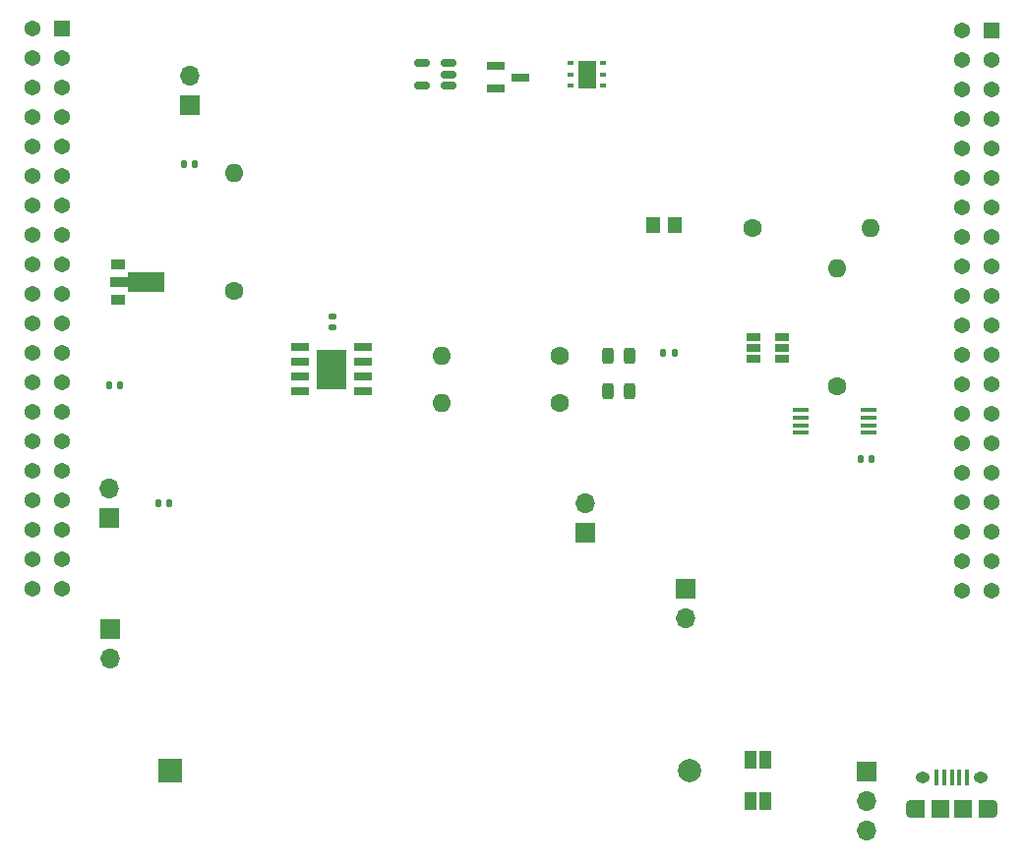
<source format=gbr>
%TF.GenerationSoftware,KiCad,Pcbnew,(7.0.0)*%
%TF.CreationDate,2023-04-04T11:39:15+02:00*%
%TF.ProjectId,overall scematic,6f766572-616c-46c2-9073-63656d617469,rev?*%
%TF.SameCoordinates,Original*%
%TF.FileFunction,Soldermask,Top*%
%TF.FilePolarity,Negative*%
%FSLAX46Y46*%
G04 Gerber Fmt 4.6, Leading zero omitted, Abs format (unit mm)*
G04 Created by KiCad (PCBNEW (7.0.0)) date 2023-04-04 11:39:15*
%MOMM*%
%LPD*%
G01*
G04 APERTURE LIST*
G04 Aperture macros list*
%AMRoundRect*
0 Rectangle with rounded corners*
0 $1 Rounding radius*
0 $2 $3 $4 $5 $6 $7 $8 $9 X,Y pos of 4 corners*
0 Add a 4 corners polygon primitive as box body*
4,1,4,$2,$3,$4,$5,$6,$7,$8,$9,$2,$3,0*
0 Add four circle primitives for the rounded corners*
1,1,$1+$1,$2,$3*
1,1,$1+$1,$4,$5*
1,1,$1+$1,$6,$7*
1,1,$1+$1,$8,$9*
0 Add four rect primitives between the rounded corners*
20,1,$1+$1,$2,$3,$4,$5,0*
20,1,$1+$1,$4,$5,$6,$7,0*
20,1,$1+$1,$6,$7,$8,$9,0*
20,1,$1+$1,$8,$9,$2,$3,0*%
%AMFreePoly0*
4,1,9,3.862500,-0.866500,0.737500,-0.866500,0.737500,-0.450000,-0.737500,-0.450000,-0.737500,0.450000,0.737500,0.450000,0.737500,0.866500,3.862500,0.866500,3.862500,-0.866500,3.862500,-0.866500,$1*%
G04 Aperture macros list end*
%ADD10R,1.700000X1.700000*%
%ADD11O,1.700000X1.700000*%
%ADD12R,1.475000X0.450000*%
%ADD13R,1.000000X1.500000*%
%ADD14R,1.525000X0.700000*%
%ADD15R,2.513000X3.402000*%
%ADD16R,1.200000X0.650000*%
%ADD17RoundRect,0.070000X-0.650000X-0.300000X0.650000X-0.300000X0.650000X0.300000X-0.650000X0.300000X0*%
%ADD18RoundRect,0.150000X0.512500X0.150000X-0.512500X0.150000X-0.512500X-0.150000X0.512500X-0.150000X0*%
%ADD19R,1.300000X0.900000*%
%ADD20FreePoly0,0.000000*%
%ADD21R,1.500000X2.400000*%
%ADD22R,0.600000X0.400000*%
%ADD23O,1.600000X1.600000*%
%ADD24C,1.600000*%
%ADD25RoundRect,0.135000X-0.135000X-0.185000X0.135000X-0.185000X0.135000X0.185000X-0.135000X0.185000X0*%
%ADD26R,1.370000X1.370000*%
%ADD27C,1.370000*%
%ADD28O,0.890000X1.550000*%
%ADD29R,1.500000X1.550000*%
%ADD30O,1.250000X0.950000*%
%ADD31R,1.200000X1.550000*%
%ADD32R,0.400000X1.350000*%
%ADD33RoundRect,0.243750X-0.243750X-0.456250X0.243750X-0.456250X0.243750X0.456250X-0.243750X0.456250X0*%
%ADD34RoundRect,0.140000X-0.140000X-0.170000X0.140000X-0.170000X0.140000X0.170000X-0.140000X0.170000X0*%
%ADD35R,1.150000X1.450000*%
%ADD36RoundRect,0.140000X0.170000X-0.140000X0.170000X0.140000X-0.170000X0.140000X-0.170000X-0.140000X0*%
%ADD37R,2.000000X2.000000*%
%ADD38C,2.000000*%
G04 APERTURE END LIST*
D10*
%TO.C,J7*%
X109854999Y-114421999D03*
D11*
X109854999Y-116961999D03*
%TD*%
D10*
%TO.C,J6*%
X67182999Y-72775999D03*
D11*
X67182999Y-70235999D03*
%TD*%
D10*
%TO.C,J5*%
X60324999Y-117855999D03*
D11*
X60324999Y-120395999D03*
%TD*%
%TO.C,J4*%
X60197999Y-105790999D03*
D10*
X60197999Y-108330999D03*
%TD*%
%TO.C,J2*%
X101218999Y-109605999D03*
D11*
X101218999Y-107065999D03*
%TD*%
D12*
%TO.C,Q1*%
X119726999Y-99029999D03*
X119726999Y-99679999D03*
X119726999Y-100329999D03*
X119726999Y-100979999D03*
X125602999Y-100979999D03*
X125602999Y-100329999D03*
X125602999Y-99679999D03*
X125602999Y-99029999D03*
%TD*%
D13*
%TO.C,JP2*%
X115412999Y-132714999D03*
X116712999Y-132714999D03*
%TD*%
%TO.C,JP1*%
X115412999Y-129164999D03*
X116712999Y-129164999D03*
%TD*%
D14*
%TO.C,J3*%
X76662999Y-93598999D03*
X76662999Y-94868999D03*
X76662999Y-96138999D03*
X76662999Y-97408999D03*
X82086999Y-97408999D03*
X82086999Y-96138999D03*
X82086999Y-94868999D03*
X82086999Y-93598999D03*
D15*
X79374999Y-95503999D03*
%TD*%
D16*
%TO.C,IC1*%
X115626999Y-92726999D03*
X115626999Y-93676999D03*
X115626999Y-94626999D03*
X118126999Y-94626999D03*
X118126999Y-93676999D03*
X118126999Y-92726999D03*
%TD*%
D17*
%TO.C,U5*%
X93466500Y-69413000D03*
X93466500Y-71313000D03*
X95566500Y-70363000D03*
%TD*%
D18*
%TO.C,U4*%
X89402500Y-71054000D03*
X89402500Y-70104000D03*
X89402500Y-69154000D03*
X87127500Y-69154000D03*
X87127500Y-71054000D03*
%TD*%
D19*
%TO.C,U2*%
X60960999Y-86510999D03*
D20*
X61048500Y-88011000D03*
D19*
X60960999Y-89510999D03*
%TD*%
D21*
%TO.C,U1*%
X101345999Y-70103999D03*
D22*
X102745999Y-69153999D03*
X102745999Y-70103999D03*
X102745999Y-71053999D03*
X99945999Y-71053999D03*
X99945999Y-70103999D03*
X99945999Y-69153999D03*
%TD*%
D23*
%TO.C,R6*%
X122845999Y-86818999D03*
D24*
X122846000Y-96979000D03*
%TD*%
D23*
%TO.C,R5*%
X125729999Y-83311999D03*
D24*
X115570000Y-83312000D03*
%TD*%
D23*
%TO.C,R4*%
X88849999Y-94379999D03*
D24*
X99010000Y-94380000D03*
%TD*%
D23*
%TO.C,R3*%
X88849999Y-98429999D03*
D24*
X99010000Y-98430000D03*
%TD*%
D25*
%TO.C,R2*%
X107898000Y-94126000D03*
X108918000Y-94126000D03*
%TD*%
D23*
%TO.C,R1*%
X70992999Y-78612999D03*
D24*
X70993000Y-88773000D03*
%TD*%
D10*
%TO.C,J10*%
X125385999Y-130174999D03*
D11*
X125385999Y-132714999D03*
X125385999Y-135254999D03*
%TD*%
D26*
%TO.C,J9*%
X56133999Y-66166999D03*
D27*
X53594000Y-66167000D03*
X56134000Y-68707000D03*
X53594000Y-68707000D03*
X56134000Y-71247000D03*
X53594000Y-71247000D03*
X56134000Y-73787000D03*
X53594000Y-73787000D03*
X56134000Y-76327000D03*
X53594000Y-76327000D03*
X56134000Y-78867000D03*
X53594000Y-78867000D03*
X56134000Y-81407000D03*
X53594000Y-81407000D03*
X56134000Y-83947000D03*
X53594000Y-83947000D03*
X56134000Y-86487000D03*
X53594000Y-86487000D03*
X56134000Y-89027000D03*
X53594000Y-89027000D03*
X56134000Y-91567000D03*
X53594000Y-91567000D03*
X56134000Y-94107000D03*
X53594000Y-94107000D03*
X56134000Y-96647000D03*
X53594000Y-96647000D03*
X56134000Y-99187000D03*
X53594000Y-99187000D03*
X56134000Y-101727000D03*
X53594000Y-101727000D03*
X56134000Y-104267000D03*
X53594000Y-104267000D03*
X56134000Y-106807000D03*
X53594000Y-106807000D03*
X56134000Y-109347000D03*
X53594000Y-109347000D03*
X56134000Y-111887000D03*
X53594000Y-111887000D03*
X56134000Y-114427000D03*
X53594000Y-114427000D03*
%TD*%
D26*
%TO.C,J8*%
X136143999Y-66293999D03*
D27*
X133604000Y-66294000D03*
X136144000Y-68834000D03*
X133604000Y-68834000D03*
X136144000Y-71374000D03*
X133604000Y-71374000D03*
X136144000Y-73914000D03*
X133604000Y-73914000D03*
X136144000Y-76454000D03*
X133604000Y-76454000D03*
X136144000Y-78994000D03*
X133604000Y-78994000D03*
X136144000Y-81534000D03*
X133604000Y-81534000D03*
X136144000Y-84074000D03*
X133604000Y-84074000D03*
X136144000Y-86614000D03*
X133604000Y-86614000D03*
X136144000Y-89154000D03*
X133604000Y-89154000D03*
X136144000Y-91694000D03*
X133604000Y-91694000D03*
X136144000Y-94234000D03*
X133604000Y-94234000D03*
X136144000Y-96774000D03*
X133604000Y-96774000D03*
X136144000Y-99314000D03*
X133604000Y-99314000D03*
X136144000Y-101854000D03*
X133604000Y-101854000D03*
X136144000Y-104394000D03*
X133604000Y-104394000D03*
X136144000Y-106934000D03*
X133604000Y-106934000D03*
X136144000Y-109474000D03*
X133604000Y-109474000D03*
X136144000Y-112014000D03*
X133604000Y-112014000D03*
X136144000Y-114554000D03*
X133604000Y-114554000D03*
%TD*%
D28*
%TO.C,J1*%
X129230999Y-133349999D03*
D29*
X131730999Y-133349999D03*
D30*
X130230999Y-130649999D03*
D31*
X135630999Y-133349999D03*
D28*
X136230999Y-133349999D03*
D29*
X133730999Y-133349999D03*
D30*
X135230999Y-130649999D03*
D31*
X129830999Y-133349999D03*
D32*
X134030999Y-130649999D03*
X133380999Y-130649999D03*
X132730999Y-130649999D03*
X132080999Y-130649999D03*
X131430999Y-130649999D03*
%TD*%
D33*
%TO.C,D2*%
X104979000Y-97420000D03*
X103104000Y-97420000D03*
%TD*%
%TO.C,D1*%
X104979000Y-94380000D03*
X103104000Y-94380000D03*
%TD*%
D34*
%TO.C,C6*%
X124869000Y-103251000D03*
X125829000Y-103251000D03*
%TD*%
D35*
%TO.C,C5*%
X107049999Y-83057999D03*
X108849999Y-83057999D03*
%TD*%
D34*
%TO.C,C4*%
X64417000Y-107061000D03*
X65377000Y-107061000D03*
%TD*%
%TO.C,C3*%
X67564000Y-77851000D03*
X66604000Y-77851000D03*
%TD*%
%TO.C,C2*%
X60198000Y-96901000D03*
X61158000Y-96901000D03*
%TD*%
D36*
%TO.C,C1*%
X79420000Y-91920000D03*
X79420000Y-90960000D03*
%TD*%
D37*
%TO.C,BT1*%
X65456999Y-130047999D03*
D38*
X110157000Y-130048000D03*
%TD*%
M02*

</source>
